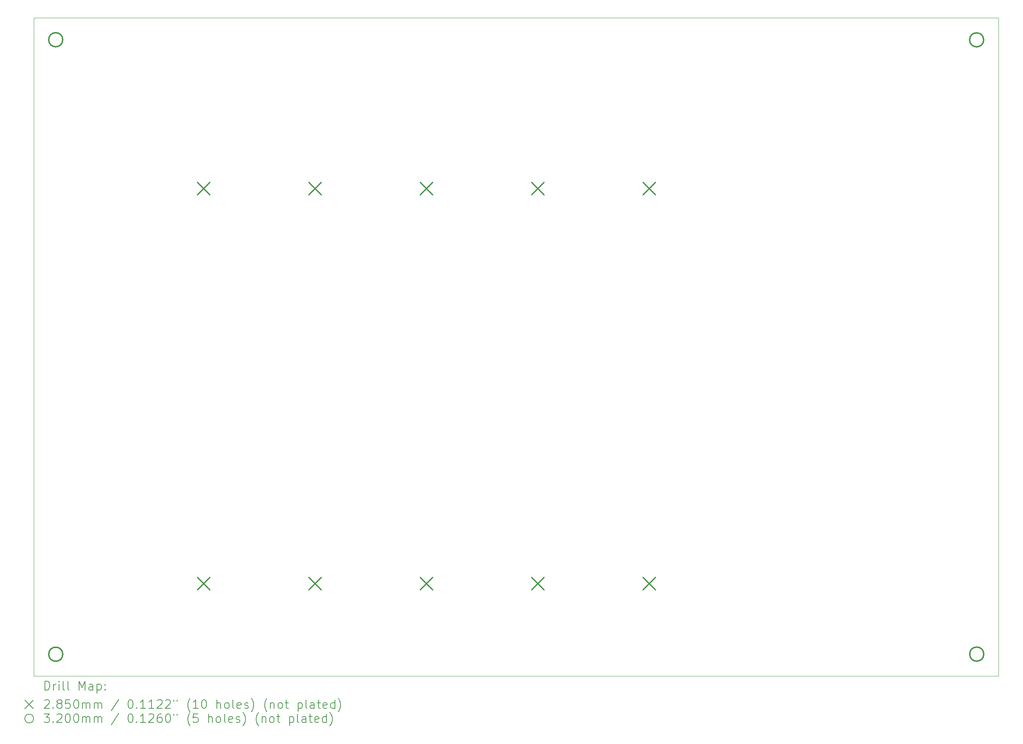
<source format=gbr>
%TF.GenerationSoftware,KiCad,Pcbnew,(6.0.7)*%
%TF.CreationDate,2023-04-20T18:02:02-06:00*%
%TF.ProjectId,backplane,6261636b-706c-4616-9e65-2e6b69636164,rev?*%
%TF.SameCoordinates,Original*%
%TF.FileFunction,Drillmap*%
%TF.FilePolarity,Positive*%
%FSLAX45Y45*%
G04 Gerber Fmt 4.5, Leading zero omitted, Abs format (unit mm)*
G04 Created by KiCad (PCBNEW (6.0.7)) date 2023-04-20 18:02:02*
%MOMM*%
%LPD*%
G01*
G04 APERTURE LIST*
%ADD10C,0.100000*%
%ADD11C,0.200000*%
%ADD12C,0.285000*%
%ADD13C,0.320000*%
G04 APERTURE END LIST*
D10*
X29992500Y-9285000D02*
X51992500Y-9285000D01*
X51992500Y-9285000D02*
X51992500Y-24285000D01*
X51992500Y-24285000D02*
X29992500Y-24285000D01*
X29992500Y-24285000D02*
X29992500Y-9285000D01*
D11*
D12*
X33718600Y-13031600D02*
X34003600Y-13316600D01*
X34003600Y-13031600D02*
X33718600Y-13316600D01*
X33718600Y-22031600D02*
X34003600Y-22316600D01*
X34003600Y-22031600D02*
X33718600Y-22316600D01*
X36259500Y-13031600D02*
X36544500Y-13316600D01*
X36544500Y-13031600D02*
X36259500Y-13316600D01*
X36259500Y-22031600D02*
X36544500Y-22316600D01*
X36544500Y-22031600D02*
X36259500Y-22316600D01*
X38799500Y-13031600D02*
X39084500Y-13316600D01*
X39084500Y-13031600D02*
X38799500Y-13316600D01*
X38799500Y-22031600D02*
X39084500Y-22316600D01*
X39084500Y-22031600D02*
X38799500Y-22316600D01*
X41339500Y-13031600D02*
X41624500Y-13316600D01*
X41624500Y-13031600D02*
X41339500Y-13316600D01*
X41339500Y-22031600D02*
X41624500Y-22316600D01*
X41624500Y-22031600D02*
X41339500Y-22316600D01*
X43879500Y-13031600D02*
X44164500Y-13316600D01*
X44164500Y-13031600D02*
X43879500Y-13316600D01*
X43879500Y-22031600D02*
X44164500Y-22316600D01*
X44164500Y-22031600D02*
X43879500Y-22316600D01*
D13*
X30652500Y-9785000D02*
G75*
G03*
X30652500Y-9785000I-160000J0D01*
G01*
X30652500Y-23785000D02*
G75*
G03*
X30652500Y-23785000I-160000J0D01*
G01*
X30652500Y-23785000D02*
G75*
G03*
X30652500Y-23785000I-160000J0D01*
G01*
X51650000Y-9787500D02*
G75*
G03*
X51650000Y-9787500I-160000J0D01*
G01*
X51652500Y-23782500D02*
G75*
G03*
X51652500Y-23782500I-160000J0D01*
G01*
D11*
X30245119Y-24600476D02*
X30245119Y-24400476D01*
X30292738Y-24400476D01*
X30321309Y-24410000D01*
X30340357Y-24429048D01*
X30349881Y-24448095D01*
X30359405Y-24486190D01*
X30359405Y-24514762D01*
X30349881Y-24552857D01*
X30340357Y-24571905D01*
X30321309Y-24590952D01*
X30292738Y-24600476D01*
X30245119Y-24600476D01*
X30445119Y-24600476D02*
X30445119Y-24467143D01*
X30445119Y-24505238D02*
X30454643Y-24486190D01*
X30464167Y-24476667D01*
X30483214Y-24467143D01*
X30502262Y-24467143D01*
X30568928Y-24600476D02*
X30568928Y-24467143D01*
X30568928Y-24400476D02*
X30559405Y-24410000D01*
X30568928Y-24419524D01*
X30578452Y-24410000D01*
X30568928Y-24400476D01*
X30568928Y-24419524D01*
X30692738Y-24600476D02*
X30673690Y-24590952D01*
X30664167Y-24571905D01*
X30664167Y-24400476D01*
X30797500Y-24600476D02*
X30778452Y-24590952D01*
X30768928Y-24571905D01*
X30768928Y-24400476D01*
X31026071Y-24600476D02*
X31026071Y-24400476D01*
X31092738Y-24543333D01*
X31159405Y-24400476D01*
X31159405Y-24600476D01*
X31340357Y-24600476D02*
X31340357Y-24495714D01*
X31330833Y-24476667D01*
X31311786Y-24467143D01*
X31273690Y-24467143D01*
X31254643Y-24476667D01*
X31340357Y-24590952D02*
X31321309Y-24600476D01*
X31273690Y-24600476D01*
X31254643Y-24590952D01*
X31245119Y-24571905D01*
X31245119Y-24552857D01*
X31254643Y-24533809D01*
X31273690Y-24524286D01*
X31321309Y-24524286D01*
X31340357Y-24514762D01*
X31435595Y-24467143D02*
X31435595Y-24667143D01*
X31435595Y-24476667D02*
X31454643Y-24467143D01*
X31492738Y-24467143D01*
X31511786Y-24476667D01*
X31521309Y-24486190D01*
X31530833Y-24505238D01*
X31530833Y-24562381D01*
X31521309Y-24581428D01*
X31511786Y-24590952D01*
X31492738Y-24600476D01*
X31454643Y-24600476D01*
X31435595Y-24590952D01*
X31616548Y-24581428D02*
X31626071Y-24590952D01*
X31616548Y-24600476D01*
X31607024Y-24590952D01*
X31616548Y-24581428D01*
X31616548Y-24600476D01*
X31616548Y-24476667D02*
X31626071Y-24486190D01*
X31616548Y-24495714D01*
X31607024Y-24486190D01*
X31616548Y-24476667D01*
X31616548Y-24495714D01*
X29787500Y-24830000D02*
X29987500Y-25030000D01*
X29987500Y-24830000D02*
X29787500Y-25030000D01*
X30235595Y-24839524D02*
X30245119Y-24830000D01*
X30264167Y-24820476D01*
X30311786Y-24820476D01*
X30330833Y-24830000D01*
X30340357Y-24839524D01*
X30349881Y-24858571D01*
X30349881Y-24877619D01*
X30340357Y-24906190D01*
X30226071Y-25020476D01*
X30349881Y-25020476D01*
X30435595Y-25001428D02*
X30445119Y-25010952D01*
X30435595Y-25020476D01*
X30426071Y-25010952D01*
X30435595Y-25001428D01*
X30435595Y-25020476D01*
X30559405Y-24906190D02*
X30540357Y-24896667D01*
X30530833Y-24887143D01*
X30521309Y-24868095D01*
X30521309Y-24858571D01*
X30530833Y-24839524D01*
X30540357Y-24830000D01*
X30559405Y-24820476D01*
X30597500Y-24820476D01*
X30616548Y-24830000D01*
X30626071Y-24839524D01*
X30635595Y-24858571D01*
X30635595Y-24868095D01*
X30626071Y-24887143D01*
X30616548Y-24896667D01*
X30597500Y-24906190D01*
X30559405Y-24906190D01*
X30540357Y-24915714D01*
X30530833Y-24925238D01*
X30521309Y-24944286D01*
X30521309Y-24982381D01*
X30530833Y-25001428D01*
X30540357Y-25010952D01*
X30559405Y-25020476D01*
X30597500Y-25020476D01*
X30616548Y-25010952D01*
X30626071Y-25001428D01*
X30635595Y-24982381D01*
X30635595Y-24944286D01*
X30626071Y-24925238D01*
X30616548Y-24915714D01*
X30597500Y-24906190D01*
X30816548Y-24820476D02*
X30721309Y-24820476D01*
X30711786Y-24915714D01*
X30721309Y-24906190D01*
X30740357Y-24896667D01*
X30787976Y-24896667D01*
X30807024Y-24906190D01*
X30816548Y-24915714D01*
X30826071Y-24934762D01*
X30826071Y-24982381D01*
X30816548Y-25001428D01*
X30807024Y-25010952D01*
X30787976Y-25020476D01*
X30740357Y-25020476D01*
X30721309Y-25010952D01*
X30711786Y-25001428D01*
X30949881Y-24820476D02*
X30968928Y-24820476D01*
X30987976Y-24830000D01*
X30997500Y-24839524D01*
X31007024Y-24858571D01*
X31016548Y-24896667D01*
X31016548Y-24944286D01*
X31007024Y-24982381D01*
X30997500Y-25001428D01*
X30987976Y-25010952D01*
X30968928Y-25020476D01*
X30949881Y-25020476D01*
X30930833Y-25010952D01*
X30921309Y-25001428D01*
X30911786Y-24982381D01*
X30902262Y-24944286D01*
X30902262Y-24896667D01*
X30911786Y-24858571D01*
X30921309Y-24839524D01*
X30930833Y-24830000D01*
X30949881Y-24820476D01*
X31102262Y-25020476D02*
X31102262Y-24887143D01*
X31102262Y-24906190D02*
X31111786Y-24896667D01*
X31130833Y-24887143D01*
X31159405Y-24887143D01*
X31178452Y-24896667D01*
X31187976Y-24915714D01*
X31187976Y-25020476D01*
X31187976Y-24915714D02*
X31197500Y-24896667D01*
X31216548Y-24887143D01*
X31245119Y-24887143D01*
X31264167Y-24896667D01*
X31273690Y-24915714D01*
X31273690Y-25020476D01*
X31368928Y-25020476D02*
X31368928Y-24887143D01*
X31368928Y-24906190D02*
X31378452Y-24896667D01*
X31397500Y-24887143D01*
X31426071Y-24887143D01*
X31445119Y-24896667D01*
X31454643Y-24915714D01*
X31454643Y-25020476D01*
X31454643Y-24915714D02*
X31464167Y-24896667D01*
X31483214Y-24887143D01*
X31511786Y-24887143D01*
X31530833Y-24896667D01*
X31540357Y-24915714D01*
X31540357Y-25020476D01*
X31930833Y-24810952D02*
X31759405Y-25068095D01*
X32187976Y-24820476D02*
X32207024Y-24820476D01*
X32226071Y-24830000D01*
X32235595Y-24839524D01*
X32245119Y-24858571D01*
X32254643Y-24896667D01*
X32254643Y-24944286D01*
X32245119Y-24982381D01*
X32235595Y-25001428D01*
X32226071Y-25010952D01*
X32207024Y-25020476D01*
X32187976Y-25020476D01*
X32168928Y-25010952D01*
X32159405Y-25001428D01*
X32149881Y-24982381D01*
X32140357Y-24944286D01*
X32140357Y-24896667D01*
X32149881Y-24858571D01*
X32159405Y-24839524D01*
X32168928Y-24830000D01*
X32187976Y-24820476D01*
X32340357Y-25001428D02*
X32349881Y-25010952D01*
X32340357Y-25020476D01*
X32330833Y-25010952D01*
X32340357Y-25001428D01*
X32340357Y-25020476D01*
X32540357Y-25020476D02*
X32426071Y-25020476D01*
X32483214Y-25020476D02*
X32483214Y-24820476D01*
X32464167Y-24849048D01*
X32445119Y-24868095D01*
X32426071Y-24877619D01*
X32730833Y-25020476D02*
X32616548Y-25020476D01*
X32673690Y-25020476D02*
X32673690Y-24820476D01*
X32654643Y-24849048D01*
X32635595Y-24868095D01*
X32616548Y-24877619D01*
X32807024Y-24839524D02*
X32816548Y-24830000D01*
X32835595Y-24820476D01*
X32883214Y-24820476D01*
X32902262Y-24830000D01*
X32911786Y-24839524D01*
X32921309Y-24858571D01*
X32921309Y-24877619D01*
X32911786Y-24906190D01*
X32797500Y-25020476D01*
X32921309Y-25020476D01*
X32997500Y-24839524D02*
X33007024Y-24830000D01*
X33026071Y-24820476D01*
X33073690Y-24820476D01*
X33092738Y-24830000D01*
X33102262Y-24839524D01*
X33111786Y-24858571D01*
X33111786Y-24877619D01*
X33102262Y-24906190D01*
X32987976Y-25020476D01*
X33111786Y-25020476D01*
X33187976Y-24820476D02*
X33187976Y-24858571D01*
X33264167Y-24820476D02*
X33264167Y-24858571D01*
X33559405Y-25096667D02*
X33549881Y-25087143D01*
X33530833Y-25058571D01*
X33521309Y-25039524D01*
X33511786Y-25010952D01*
X33502262Y-24963333D01*
X33502262Y-24925238D01*
X33511786Y-24877619D01*
X33521309Y-24849048D01*
X33530833Y-24830000D01*
X33549881Y-24801428D01*
X33559405Y-24791905D01*
X33740357Y-25020476D02*
X33626071Y-25020476D01*
X33683214Y-25020476D02*
X33683214Y-24820476D01*
X33664167Y-24849048D01*
X33645119Y-24868095D01*
X33626071Y-24877619D01*
X33864167Y-24820476D02*
X33883214Y-24820476D01*
X33902262Y-24830000D01*
X33911786Y-24839524D01*
X33921310Y-24858571D01*
X33930833Y-24896667D01*
X33930833Y-24944286D01*
X33921310Y-24982381D01*
X33911786Y-25001428D01*
X33902262Y-25010952D01*
X33883214Y-25020476D01*
X33864167Y-25020476D01*
X33845119Y-25010952D01*
X33835595Y-25001428D01*
X33826071Y-24982381D01*
X33816548Y-24944286D01*
X33816548Y-24896667D01*
X33826071Y-24858571D01*
X33835595Y-24839524D01*
X33845119Y-24830000D01*
X33864167Y-24820476D01*
X34168929Y-25020476D02*
X34168929Y-24820476D01*
X34254643Y-25020476D02*
X34254643Y-24915714D01*
X34245119Y-24896667D01*
X34226071Y-24887143D01*
X34197500Y-24887143D01*
X34178452Y-24896667D01*
X34168929Y-24906190D01*
X34378452Y-25020476D02*
X34359405Y-25010952D01*
X34349881Y-25001428D01*
X34340357Y-24982381D01*
X34340357Y-24925238D01*
X34349881Y-24906190D01*
X34359405Y-24896667D01*
X34378452Y-24887143D01*
X34407024Y-24887143D01*
X34426071Y-24896667D01*
X34435595Y-24906190D01*
X34445119Y-24925238D01*
X34445119Y-24982381D01*
X34435595Y-25001428D01*
X34426071Y-25010952D01*
X34407024Y-25020476D01*
X34378452Y-25020476D01*
X34559405Y-25020476D02*
X34540357Y-25010952D01*
X34530833Y-24991905D01*
X34530833Y-24820476D01*
X34711786Y-25010952D02*
X34692738Y-25020476D01*
X34654643Y-25020476D01*
X34635595Y-25010952D01*
X34626071Y-24991905D01*
X34626071Y-24915714D01*
X34635595Y-24896667D01*
X34654643Y-24887143D01*
X34692738Y-24887143D01*
X34711786Y-24896667D01*
X34721310Y-24915714D01*
X34721310Y-24934762D01*
X34626071Y-24953809D01*
X34797500Y-25010952D02*
X34816548Y-25020476D01*
X34854643Y-25020476D01*
X34873690Y-25010952D01*
X34883214Y-24991905D01*
X34883214Y-24982381D01*
X34873690Y-24963333D01*
X34854643Y-24953809D01*
X34826071Y-24953809D01*
X34807024Y-24944286D01*
X34797500Y-24925238D01*
X34797500Y-24915714D01*
X34807024Y-24896667D01*
X34826071Y-24887143D01*
X34854643Y-24887143D01*
X34873690Y-24896667D01*
X34949881Y-25096667D02*
X34959405Y-25087143D01*
X34978452Y-25058571D01*
X34987976Y-25039524D01*
X34997500Y-25010952D01*
X35007024Y-24963333D01*
X35007024Y-24925238D01*
X34997500Y-24877619D01*
X34987976Y-24849048D01*
X34978452Y-24830000D01*
X34959405Y-24801428D01*
X34949881Y-24791905D01*
X35311786Y-25096667D02*
X35302262Y-25087143D01*
X35283214Y-25058571D01*
X35273690Y-25039524D01*
X35264167Y-25010952D01*
X35254643Y-24963333D01*
X35254643Y-24925238D01*
X35264167Y-24877619D01*
X35273690Y-24849048D01*
X35283214Y-24830000D01*
X35302262Y-24801428D01*
X35311786Y-24791905D01*
X35387976Y-24887143D02*
X35387976Y-25020476D01*
X35387976Y-24906190D02*
X35397500Y-24896667D01*
X35416548Y-24887143D01*
X35445119Y-24887143D01*
X35464167Y-24896667D01*
X35473690Y-24915714D01*
X35473690Y-25020476D01*
X35597500Y-25020476D02*
X35578452Y-25010952D01*
X35568929Y-25001428D01*
X35559405Y-24982381D01*
X35559405Y-24925238D01*
X35568929Y-24906190D01*
X35578452Y-24896667D01*
X35597500Y-24887143D01*
X35626071Y-24887143D01*
X35645119Y-24896667D01*
X35654643Y-24906190D01*
X35664167Y-24925238D01*
X35664167Y-24982381D01*
X35654643Y-25001428D01*
X35645119Y-25010952D01*
X35626071Y-25020476D01*
X35597500Y-25020476D01*
X35721310Y-24887143D02*
X35797500Y-24887143D01*
X35749881Y-24820476D02*
X35749881Y-24991905D01*
X35759405Y-25010952D01*
X35778452Y-25020476D01*
X35797500Y-25020476D01*
X36016548Y-24887143D02*
X36016548Y-25087143D01*
X36016548Y-24896667D02*
X36035595Y-24887143D01*
X36073690Y-24887143D01*
X36092738Y-24896667D01*
X36102262Y-24906190D01*
X36111786Y-24925238D01*
X36111786Y-24982381D01*
X36102262Y-25001428D01*
X36092738Y-25010952D01*
X36073690Y-25020476D01*
X36035595Y-25020476D01*
X36016548Y-25010952D01*
X36226071Y-25020476D02*
X36207024Y-25010952D01*
X36197500Y-24991905D01*
X36197500Y-24820476D01*
X36387976Y-25020476D02*
X36387976Y-24915714D01*
X36378452Y-24896667D01*
X36359405Y-24887143D01*
X36321310Y-24887143D01*
X36302262Y-24896667D01*
X36387976Y-25010952D02*
X36368929Y-25020476D01*
X36321310Y-25020476D01*
X36302262Y-25010952D01*
X36292738Y-24991905D01*
X36292738Y-24972857D01*
X36302262Y-24953809D01*
X36321310Y-24944286D01*
X36368929Y-24944286D01*
X36387976Y-24934762D01*
X36454643Y-24887143D02*
X36530833Y-24887143D01*
X36483214Y-24820476D02*
X36483214Y-24991905D01*
X36492738Y-25010952D01*
X36511786Y-25020476D01*
X36530833Y-25020476D01*
X36673690Y-25010952D02*
X36654643Y-25020476D01*
X36616548Y-25020476D01*
X36597500Y-25010952D01*
X36587976Y-24991905D01*
X36587976Y-24915714D01*
X36597500Y-24896667D01*
X36616548Y-24887143D01*
X36654643Y-24887143D01*
X36673690Y-24896667D01*
X36683214Y-24915714D01*
X36683214Y-24934762D01*
X36587976Y-24953809D01*
X36854643Y-25020476D02*
X36854643Y-24820476D01*
X36854643Y-25010952D02*
X36835595Y-25020476D01*
X36797500Y-25020476D01*
X36778452Y-25010952D01*
X36768929Y-25001428D01*
X36759405Y-24982381D01*
X36759405Y-24925238D01*
X36768929Y-24906190D01*
X36778452Y-24896667D01*
X36797500Y-24887143D01*
X36835595Y-24887143D01*
X36854643Y-24896667D01*
X36930833Y-25096667D02*
X36940357Y-25087143D01*
X36959405Y-25058571D01*
X36968929Y-25039524D01*
X36978452Y-25010952D01*
X36987976Y-24963333D01*
X36987976Y-24925238D01*
X36978452Y-24877619D01*
X36968929Y-24849048D01*
X36959405Y-24830000D01*
X36940357Y-24801428D01*
X36930833Y-24791905D01*
X29987500Y-25250000D02*
G75*
G03*
X29987500Y-25250000I-100000J0D01*
G01*
X30226071Y-25140476D02*
X30349881Y-25140476D01*
X30283214Y-25216667D01*
X30311786Y-25216667D01*
X30330833Y-25226190D01*
X30340357Y-25235714D01*
X30349881Y-25254762D01*
X30349881Y-25302381D01*
X30340357Y-25321428D01*
X30330833Y-25330952D01*
X30311786Y-25340476D01*
X30254643Y-25340476D01*
X30235595Y-25330952D01*
X30226071Y-25321428D01*
X30435595Y-25321428D02*
X30445119Y-25330952D01*
X30435595Y-25340476D01*
X30426071Y-25330952D01*
X30435595Y-25321428D01*
X30435595Y-25340476D01*
X30521309Y-25159524D02*
X30530833Y-25150000D01*
X30549881Y-25140476D01*
X30597500Y-25140476D01*
X30616548Y-25150000D01*
X30626071Y-25159524D01*
X30635595Y-25178571D01*
X30635595Y-25197619D01*
X30626071Y-25226190D01*
X30511786Y-25340476D01*
X30635595Y-25340476D01*
X30759405Y-25140476D02*
X30778452Y-25140476D01*
X30797500Y-25150000D01*
X30807024Y-25159524D01*
X30816548Y-25178571D01*
X30826071Y-25216667D01*
X30826071Y-25264286D01*
X30816548Y-25302381D01*
X30807024Y-25321428D01*
X30797500Y-25330952D01*
X30778452Y-25340476D01*
X30759405Y-25340476D01*
X30740357Y-25330952D01*
X30730833Y-25321428D01*
X30721309Y-25302381D01*
X30711786Y-25264286D01*
X30711786Y-25216667D01*
X30721309Y-25178571D01*
X30730833Y-25159524D01*
X30740357Y-25150000D01*
X30759405Y-25140476D01*
X30949881Y-25140476D02*
X30968928Y-25140476D01*
X30987976Y-25150000D01*
X30997500Y-25159524D01*
X31007024Y-25178571D01*
X31016548Y-25216667D01*
X31016548Y-25264286D01*
X31007024Y-25302381D01*
X30997500Y-25321428D01*
X30987976Y-25330952D01*
X30968928Y-25340476D01*
X30949881Y-25340476D01*
X30930833Y-25330952D01*
X30921309Y-25321428D01*
X30911786Y-25302381D01*
X30902262Y-25264286D01*
X30902262Y-25216667D01*
X30911786Y-25178571D01*
X30921309Y-25159524D01*
X30930833Y-25150000D01*
X30949881Y-25140476D01*
X31102262Y-25340476D02*
X31102262Y-25207143D01*
X31102262Y-25226190D02*
X31111786Y-25216667D01*
X31130833Y-25207143D01*
X31159405Y-25207143D01*
X31178452Y-25216667D01*
X31187976Y-25235714D01*
X31187976Y-25340476D01*
X31187976Y-25235714D02*
X31197500Y-25216667D01*
X31216548Y-25207143D01*
X31245119Y-25207143D01*
X31264167Y-25216667D01*
X31273690Y-25235714D01*
X31273690Y-25340476D01*
X31368928Y-25340476D02*
X31368928Y-25207143D01*
X31368928Y-25226190D02*
X31378452Y-25216667D01*
X31397500Y-25207143D01*
X31426071Y-25207143D01*
X31445119Y-25216667D01*
X31454643Y-25235714D01*
X31454643Y-25340476D01*
X31454643Y-25235714D02*
X31464167Y-25216667D01*
X31483214Y-25207143D01*
X31511786Y-25207143D01*
X31530833Y-25216667D01*
X31540357Y-25235714D01*
X31540357Y-25340476D01*
X31930833Y-25130952D02*
X31759405Y-25388095D01*
X32187976Y-25140476D02*
X32207024Y-25140476D01*
X32226071Y-25150000D01*
X32235595Y-25159524D01*
X32245119Y-25178571D01*
X32254643Y-25216667D01*
X32254643Y-25264286D01*
X32245119Y-25302381D01*
X32235595Y-25321428D01*
X32226071Y-25330952D01*
X32207024Y-25340476D01*
X32187976Y-25340476D01*
X32168928Y-25330952D01*
X32159405Y-25321428D01*
X32149881Y-25302381D01*
X32140357Y-25264286D01*
X32140357Y-25216667D01*
X32149881Y-25178571D01*
X32159405Y-25159524D01*
X32168928Y-25150000D01*
X32187976Y-25140476D01*
X32340357Y-25321428D02*
X32349881Y-25330952D01*
X32340357Y-25340476D01*
X32330833Y-25330952D01*
X32340357Y-25321428D01*
X32340357Y-25340476D01*
X32540357Y-25340476D02*
X32426071Y-25340476D01*
X32483214Y-25340476D02*
X32483214Y-25140476D01*
X32464167Y-25169048D01*
X32445119Y-25188095D01*
X32426071Y-25197619D01*
X32616548Y-25159524D02*
X32626071Y-25150000D01*
X32645119Y-25140476D01*
X32692738Y-25140476D01*
X32711786Y-25150000D01*
X32721309Y-25159524D01*
X32730833Y-25178571D01*
X32730833Y-25197619D01*
X32721309Y-25226190D01*
X32607024Y-25340476D01*
X32730833Y-25340476D01*
X32902262Y-25140476D02*
X32864167Y-25140476D01*
X32845119Y-25150000D01*
X32835595Y-25159524D01*
X32816548Y-25188095D01*
X32807024Y-25226190D01*
X32807024Y-25302381D01*
X32816548Y-25321428D01*
X32826071Y-25330952D01*
X32845119Y-25340476D01*
X32883214Y-25340476D01*
X32902262Y-25330952D01*
X32911786Y-25321428D01*
X32921309Y-25302381D01*
X32921309Y-25254762D01*
X32911786Y-25235714D01*
X32902262Y-25226190D01*
X32883214Y-25216667D01*
X32845119Y-25216667D01*
X32826071Y-25226190D01*
X32816548Y-25235714D01*
X32807024Y-25254762D01*
X33045119Y-25140476D02*
X33064167Y-25140476D01*
X33083214Y-25150000D01*
X33092738Y-25159524D01*
X33102262Y-25178571D01*
X33111786Y-25216667D01*
X33111786Y-25264286D01*
X33102262Y-25302381D01*
X33092738Y-25321428D01*
X33083214Y-25330952D01*
X33064167Y-25340476D01*
X33045119Y-25340476D01*
X33026071Y-25330952D01*
X33016548Y-25321428D01*
X33007024Y-25302381D01*
X32997500Y-25264286D01*
X32997500Y-25216667D01*
X33007024Y-25178571D01*
X33016548Y-25159524D01*
X33026071Y-25150000D01*
X33045119Y-25140476D01*
X33187976Y-25140476D02*
X33187976Y-25178571D01*
X33264167Y-25140476D02*
X33264167Y-25178571D01*
X33559405Y-25416667D02*
X33549881Y-25407143D01*
X33530833Y-25378571D01*
X33521309Y-25359524D01*
X33511786Y-25330952D01*
X33502262Y-25283333D01*
X33502262Y-25245238D01*
X33511786Y-25197619D01*
X33521309Y-25169048D01*
X33530833Y-25150000D01*
X33549881Y-25121428D01*
X33559405Y-25111905D01*
X33730833Y-25140476D02*
X33635595Y-25140476D01*
X33626071Y-25235714D01*
X33635595Y-25226190D01*
X33654643Y-25216667D01*
X33702262Y-25216667D01*
X33721310Y-25226190D01*
X33730833Y-25235714D01*
X33740357Y-25254762D01*
X33740357Y-25302381D01*
X33730833Y-25321428D01*
X33721310Y-25330952D01*
X33702262Y-25340476D01*
X33654643Y-25340476D01*
X33635595Y-25330952D01*
X33626071Y-25321428D01*
X33978452Y-25340476D02*
X33978452Y-25140476D01*
X34064167Y-25340476D02*
X34064167Y-25235714D01*
X34054643Y-25216667D01*
X34035595Y-25207143D01*
X34007024Y-25207143D01*
X33987976Y-25216667D01*
X33978452Y-25226190D01*
X34187976Y-25340476D02*
X34168929Y-25330952D01*
X34159405Y-25321428D01*
X34149881Y-25302381D01*
X34149881Y-25245238D01*
X34159405Y-25226190D01*
X34168929Y-25216667D01*
X34187976Y-25207143D01*
X34216548Y-25207143D01*
X34235595Y-25216667D01*
X34245119Y-25226190D01*
X34254643Y-25245238D01*
X34254643Y-25302381D01*
X34245119Y-25321428D01*
X34235595Y-25330952D01*
X34216548Y-25340476D01*
X34187976Y-25340476D01*
X34368929Y-25340476D02*
X34349881Y-25330952D01*
X34340357Y-25311905D01*
X34340357Y-25140476D01*
X34521310Y-25330952D02*
X34502262Y-25340476D01*
X34464167Y-25340476D01*
X34445119Y-25330952D01*
X34435595Y-25311905D01*
X34435595Y-25235714D01*
X34445119Y-25216667D01*
X34464167Y-25207143D01*
X34502262Y-25207143D01*
X34521310Y-25216667D01*
X34530833Y-25235714D01*
X34530833Y-25254762D01*
X34435595Y-25273809D01*
X34607024Y-25330952D02*
X34626071Y-25340476D01*
X34664167Y-25340476D01*
X34683214Y-25330952D01*
X34692738Y-25311905D01*
X34692738Y-25302381D01*
X34683214Y-25283333D01*
X34664167Y-25273809D01*
X34635595Y-25273809D01*
X34616548Y-25264286D01*
X34607024Y-25245238D01*
X34607024Y-25235714D01*
X34616548Y-25216667D01*
X34635595Y-25207143D01*
X34664167Y-25207143D01*
X34683214Y-25216667D01*
X34759405Y-25416667D02*
X34768929Y-25407143D01*
X34787976Y-25378571D01*
X34797500Y-25359524D01*
X34807024Y-25330952D01*
X34816548Y-25283333D01*
X34816548Y-25245238D01*
X34807024Y-25197619D01*
X34797500Y-25169048D01*
X34787976Y-25150000D01*
X34768929Y-25121428D01*
X34759405Y-25111905D01*
X35121310Y-25416667D02*
X35111786Y-25407143D01*
X35092738Y-25378571D01*
X35083214Y-25359524D01*
X35073690Y-25330952D01*
X35064167Y-25283333D01*
X35064167Y-25245238D01*
X35073690Y-25197619D01*
X35083214Y-25169048D01*
X35092738Y-25150000D01*
X35111786Y-25121428D01*
X35121310Y-25111905D01*
X35197500Y-25207143D02*
X35197500Y-25340476D01*
X35197500Y-25226190D02*
X35207024Y-25216667D01*
X35226071Y-25207143D01*
X35254643Y-25207143D01*
X35273690Y-25216667D01*
X35283214Y-25235714D01*
X35283214Y-25340476D01*
X35407024Y-25340476D02*
X35387976Y-25330952D01*
X35378452Y-25321428D01*
X35368929Y-25302381D01*
X35368929Y-25245238D01*
X35378452Y-25226190D01*
X35387976Y-25216667D01*
X35407024Y-25207143D01*
X35435595Y-25207143D01*
X35454643Y-25216667D01*
X35464167Y-25226190D01*
X35473690Y-25245238D01*
X35473690Y-25302381D01*
X35464167Y-25321428D01*
X35454643Y-25330952D01*
X35435595Y-25340476D01*
X35407024Y-25340476D01*
X35530833Y-25207143D02*
X35607024Y-25207143D01*
X35559405Y-25140476D02*
X35559405Y-25311905D01*
X35568929Y-25330952D01*
X35587976Y-25340476D01*
X35607024Y-25340476D01*
X35826071Y-25207143D02*
X35826071Y-25407143D01*
X35826071Y-25216667D02*
X35845119Y-25207143D01*
X35883214Y-25207143D01*
X35902262Y-25216667D01*
X35911786Y-25226190D01*
X35921310Y-25245238D01*
X35921310Y-25302381D01*
X35911786Y-25321428D01*
X35902262Y-25330952D01*
X35883214Y-25340476D01*
X35845119Y-25340476D01*
X35826071Y-25330952D01*
X36035595Y-25340476D02*
X36016548Y-25330952D01*
X36007024Y-25311905D01*
X36007024Y-25140476D01*
X36197500Y-25340476D02*
X36197500Y-25235714D01*
X36187976Y-25216667D01*
X36168929Y-25207143D01*
X36130833Y-25207143D01*
X36111786Y-25216667D01*
X36197500Y-25330952D02*
X36178452Y-25340476D01*
X36130833Y-25340476D01*
X36111786Y-25330952D01*
X36102262Y-25311905D01*
X36102262Y-25292857D01*
X36111786Y-25273809D01*
X36130833Y-25264286D01*
X36178452Y-25264286D01*
X36197500Y-25254762D01*
X36264167Y-25207143D02*
X36340357Y-25207143D01*
X36292738Y-25140476D02*
X36292738Y-25311905D01*
X36302262Y-25330952D01*
X36321310Y-25340476D01*
X36340357Y-25340476D01*
X36483214Y-25330952D02*
X36464167Y-25340476D01*
X36426071Y-25340476D01*
X36407024Y-25330952D01*
X36397500Y-25311905D01*
X36397500Y-25235714D01*
X36407024Y-25216667D01*
X36426071Y-25207143D01*
X36464167Y-25207143D01*
X36483214Y-25216667D01*
X36492738Y-25235714D01*
X36492738Y-25254762D01*
X36397500Y-25273809D01*
X36664167Y-25340476D02*
X36664167Y-25140476D01*
X36664167Y-25330952D02*
X36645119Y-25340476D01*
X36607024Y-25340476D01*
X36587976Y-25330952D01*
X36578452Y-25321428D01*
X36568929Y-25302381D01*
X36568929Y-25245238D01*
X36578452Y-25226190D01*
X36587976Y-25216667D01*
X36607024Y-25207143D01*
X36645119Y-25207143D01*
X36664167Y-25216667D01*
X36740357Y-25416667D02*
X36749881Y-25407143D01*
X36768929Y-25378571D01*
X36778452Y-25359524D01*
X36787976Y-25330952D01*
X36797500Y-25283333D01*
X36797500Y-25245238D01*
X36787976Y-25197619D01*
X36778452Y-25169048D01*
X36768929Y-25150000D01*
X36749881Y-25121428D01*
X36740357Y-25111905D01*
M02*

</source>
